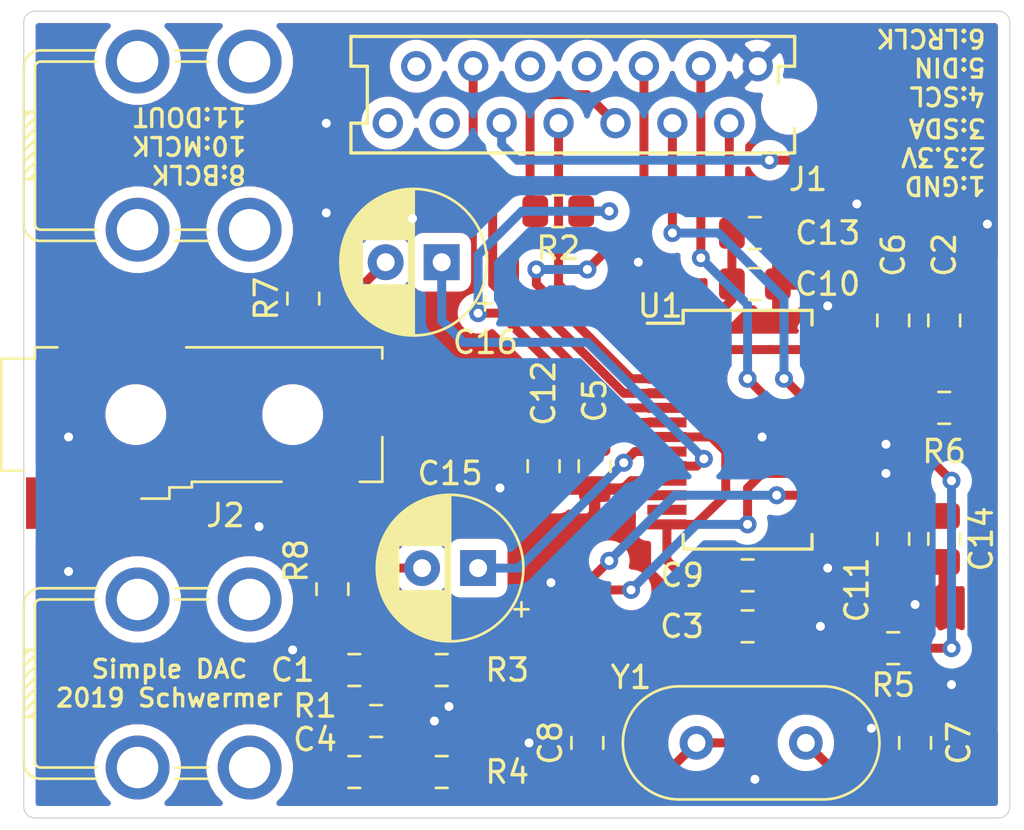
<source format=kicad_pcb>
(kicad_pcb (version 20171130) (host pcbnew 5.1.5)
  (layers (0 F.Cu signal) (31 B.Cu signal) (34 B.Paste user) (35 F.Paste user) (36 B.SilkS user) (37 F.SilkS user) (38 B.Mask user) (39 F.Mask user) (44 Edge.Cuts user))
  (net 0 "")
  (net 1 GND)
  (net 2 MIC)
  (net 3 +3V3)
  (net 4 "Net-(C4-Pad2)")
  (net 5 "Net-(C7-Pad1)")
  (net 6 "Net-(C8-Pad1)")
  (net 7 "Net-(C11-Pad1)")
  (net 8 "Net-(C15-Pad2)")
  (net 9 "Net-(C15-Pad1)")
  (net 10 "Net-(C16-Pad1)")
  (net 11 "Net-(C16-Pad2)")
  (net 12 SDA)
  (net 13 SCL)
  (net 14 DIN)
  (net 15 LRCLK)
  (net 16 "Net-(J1-Pad7)")
  (net 17 BCLK)
  (net 18 "Net-(J1-Pad9)")
  (net 19 MCLK)
  (net 20 DOUT)
  (net 21 "Net-(J1-Pad12)")
  (net 22 "Net-(J1-Pad13)")
  (net 23 "Net-(J1-Pad14)")
  (net 24 "Net-(R2-Pad1)")
  (net 25 "Net-(R3-Pad2)")
  (net 26 "Net-(R4-Pad2)")
  (net 27 "Net-(R5-Pad1)")
  (net 28 "Net-(U1-Pad2)")
  (net 29 "Net-(U1-Pad12)")
  (net 30 "Net-(U1-Pad13)")
  (net 31 "Net-(U1-Pad19)")
  (net 32 "Net-(U1-Pad20)")
  (net 33 "Net-(H1-Pad1)")
  (net 34 "Net-(H2-Pad1)")
  (module Capacitor_SMD:C_0805_2012Metric_Pad1.15x1.40mm_HandSolder (layer F.Cu) (at 113.75 101.4)
    (fp_text reference C1 (at -2.75 0) (layer F.SilkS))
    (fp_text value 10µ)
    (pad 2 smd roundrect (at 1.025 0) (size 1.15 1.4) (layers F.Cu F.Paste F.Mask) (roundrect_rratio 0.217391) (net 2 MIC))
    (pad 1 smd roundrect (at -1.025 0) (size 1.15 1.4) (layers F.Cu F.Paste F.Mask) (roundrect_rratio 0.217391) (net 1 GND))
  )
  (module Capacitor_SMD:C_0805_2012Metric_Pad1.15x1.40mm_HandSolder (layer F.Cu) (at 140.075 85.8 90)
    (fp_text reference C2 (at 2.925 0 90) (layer F.SilkS))
    (fp_text value 10µ)
    (pad 2 smd roundrect (at 1.025 0 90) (size 1.15 1.4) (layers F.Cu F.Paste F.Mask) (roundrect_rratio 0.217391) (net 1 GND))
    (pad 1 smd roundrect (at -1.025 0 90) (size 1.15 1.4) (layers F.Cu F.Paste F.Mask) (roundrect_rratio 0.217391) (net 3 +3V3))
  )
  (module Capacitor_SMD:C_0805_2012Metric_Pad1.15x1.40mm_HandSolder (layer F.Cu) (at 131.3 99.45 180)
    (fp_text reference C3 (at 2.925 0) (layer F.SilkS))
    (fp_text value 10µ)
    (pad 2 smd roundrect (at 1.025 0 180) (size 1.15 1.4) (layers F.Cu F.Paste F.Mask) (roundrect_rratio 0.217391) (net 3 +3V3))
    (pad 1 smd roundrect (at -1.025 0 180) (size 1.15 1.4) (layers F.Cu F.Paste F.Mask) (roundrect_rratio 0.217391) (net 1 GND))
  )
  (module Capacitor_SMD:C_0805_2012Metric_Pad1.15x1.40mm_HandSolder (layer F.Cu) (at 113.75 105.95)
    (fp_text reference C4 (at -1.75 -1.45) (layer F.SilkS))
    (fp_text value 10µ)
    (pad 2 smd roundrect (at 1.025 0) (size 1.15 1.4) (layers F.Cu F.Paste F.Mask) (roundrect_rratio 0.217391) (net 4 "Net-(C4-Pad2)"))
    (pad 1 smd roundrect (at -1.025 0) (size 1.15 1.4) (layers F.Cu F.Paste F.Mask) (roundrect_rratio 0.217391) (net 2 MIC))
  )
  (module Capacitor_SMD:C_0805_2012Metric_Pad1.15x1.40mm_HandSolder (layer F.Cu) (at 124.475 92.3 270)
    (fp_text reference C5 (at -2.925 0 90) (layer F.SilkS))
    (fp_text value 100n)
    (pad 2 smd roundrect (at 1.025 0 270) (size 1.15 1.4) (layers F.Cu F.Paste F.Mask) (roundrect_rratio 0.217391) (net 1 GND))
    (pad 1 smd roundrect (at -1.025 0 270) (size 1.15 1.4) (layers F.Cu F.Paste F.Mask) (roundrect_rratio 0.217391) (net 3 +3V3))
  )
  (module Capacitor_SMD:C_0805_2012Metric_Pad1.15x1.40mm_HandSolder (layer F.Cu) (at 137.8 85.8 270)
    (fp_text reference C6 (at -2.925 0 90) (layer F.SilkS))
    (fp_text value 100n)
    (pad 2 smd roundrect (at 1.025 0 270) (size 1.15 1.4) (layers F.Cu F.Paste F.Mask) (roundrect_rratio 0.217391) (net 3 +3V3))
    (pad 1 smd roundrect (at -1.025 0 270) (size 1.15 1.4) (layers F.Cu F.Paste F.Mask) (roundrect_rratio 0.217391) (net 1 GND))
  )
  (module Capacitor_SMD:C_0805_2012Metric_Pad1.15x1.40mm_HandSolder (layer F.Cu) (at 138.775 104.65 90)
    (fp_text reference C7 (at 0 1.95 90) (layer F.SilkS))
    (fp_text value 18p)
    (pad 2 smd roundrect (at 1.025 0 90) (size 1.15 1.4) (layers F.Cu F.Paste F.Mask) (roundrect_rratio 0.217391) (net 1 GND))
    (pad 1 smd roundrect (at -1.025 0 90) (size 1.15 1.4) (layers F.Cu F.Paste F.Mask) (roundrect_rratio 0.217391) (net 5 "Net-(C7-Pad1)"))
  )
  (module Capacitor_SMD:C_0805_2012Metric_Pad1.15x1.40mm_HandSolder (layer F.Cu) (at 124.15 104.65 90)
    (fp_text reference C8 (at 0 -1.65 90) (layer F.SilkS))
    (fp_text value 18p)
    (pad 2 smd roundrect (at 1.025 0 90) (size 1.15 1.4) (layers F.Cu F.Paste F.Mask) (roundrect_rratio 0.217391) (net 1 GND))
    (pad 1 smd roundrect (at -1.025 0 90) (size 1.15 1.4) (layers F.Cu F.Paste F.Mask) (roundrect_rratio 0.217391) (net 6 "Net-(C8-Pad1)"))
  )
  (module Capacitor_SMD:C_0805_2012Metric_Pad1.15x1.40mm_HandSolder (layer F.Cu) (at 131.3 97.175)
    (fp_text reference C9 (at -2.925 0) (layer F.SilkS))
    (fp_text value 100n)
    (pad 2 smd roundrect (at 1.025 0) (size 1.15 1.4) (layers F.Cu F.Paste F.Mask) (roundrect_rratio 0.217391) (net 1 GND))
    (pad 1 smd roundrect (at -1.025 0) (size 1.15 1.4) (layers F.Cu F.Paste F.Mask) (roundrect_rratio 0.217391) (net 3 +3V3))
  )
  (module Capacitor_SMD:C_0805_2012Metric_Pad1.15x1.40mm_HandSolder (layer F.Cu) (at 131.625 84.175)
    (fp_text reference C10 (at 3.25 0) (layer F.SilkS))
    (fp_text value 100n)
    (pad 2 smd roundrect (at 1.025 0) (size 1.15 1.4) (layers F.Cu F.Paste F.Mask) (roundrect_rratio 0.217391) (net 1 GND))
    (pad 1 smd roundrect (at -1.025 0) (size 1.15 1.4) (layers F.Cu F.Paste F.Mask) (roundrect_rratio 0.217391) (net 3 +3V3))
  )
  (module Capacitor_SMD:C_0805_2012Metric_Pad1.15x1.40mm_HandSolder (layer F.Cu) (at 137.8 95.55 270)
    (fp_text reference C11 (at 2.275 1.625 90) (layer F.SilkS))
    (fp_text value 100n)
    (pad 2 smd roundrect (at 1.025 0 270) (size 1.15 1.4) (layers F.Cu F.Paste F.Mask) (roundrect_rratio 0.217391) (net 1 GND))
    (pad 1 smd roundrect (at -1.025 0 270) (size 1.15 1.4) (layers F.Cu F.Paste F.Mask) (roundrect_rratio 0.217391) (net 7 "Net-(C11-Pad1)"))
  )
  (module Capacitor_SMD:C_0805_2012Metric_Pad1.15x1.40mm_HandSolder (layer F.Cu) (at 122.2 92.3 270)
    (fp_text reference C12 (at -3.25 0 90) (layer F.SilkS))
    (fp_text value 10µ)
    (pad 2 smd roundrect (at 1.025 0 270) (size 1.15 1.4) (layers F.Cu F.Paste F.Mask) (roundrect_rratio 0.217391) (net 1 GND))
    (pad 1 smd roundrect (at -1.025 0 270) (size 1.15 1.4) (layers F.Cu F.Paste F.Mask) (roundrect_rratio 0.217391) (net 3 +3V3))
  )
  (module Capacitor_SMD:C_0805_2012Metric_Pad1.15x1.40mm_HandSolder (layer F.Cu) (at 131.625 81.9)
    (fp_text reference C13 (at 3.25 0) (layer F.SilkS))
    (fp_text value 10µ)
    (pad 2 smd roundrect (at 1.025 0) (size 1.15 1.4) (layers F.Cu F.Paste F.Mask) (roundrect_rratio 0.217391) (net 1 GND))
    (pad 1 smd roundrect (at -1.025 0) (size 1.15 1.4) (layers F.Cu F.Paste F.Mask) (roundrect_rratio 0.217391) (net 3 +3V3))
  )
  (module Capacitor_SMD:C_0805_2012Metric_Pad1.15x1.40mm_HandSolder (layer F.Cu) (at 140.075 95.55 270)
    (fp_text reference C14 (at 0 -1.65 90) (layer F.SilkS))
    (fp_text value 10µ)
    (pad 2 smd roundrect (at 1.025 0 270) (size 1.15 1.4) (layers F.Cu F.Paste F.Mask) (roundrect_rratio 0.217391) (net 1 GND))
    (pad 1 smd roundrect (at -1.025 0 270) (size 1.15 1.4) (layers F.Cu F.Paste F.Mask) (roundrect_rratio 0.217391) (net 7 "Net-(C11-Pad1)"))
  )
  (module Capacitor_THT:CP_Radial_D6.3mm_P2.50mm (layer F.Cu) (at 119.275 96.85 180)
    (fp_text reference C15 (at 1.25 4.225) (layer F.SilkS))
    (fp_text value 220µ)
    (pad 2 thru_hole circle (at 2.5 0 180) (size 1.6 1.6) (drill 0.8) (layers *.Cu *.Mask) (net 8 "Net-(C15-Pad2)"))
    (pad 1 thru_hole rect (at 0 0 180) (size 1.6 1.6) (drill 0.8) (layers *.Cu *.Mask) (net 9 "Net-(C15-Pad1)"))
  )
  (module Capacitor_THT:CP_Radial_D6.3mm_P2.50mm (layer F.Cu) (at 117.65 83.2 180)
    (fp_text reference C16 (at -1.95 -3.575) (layer F.SilkS))
    (fp_text value 220µ)
    (pad 2 thru_hole circle (at 2.5 0 180) (size 1.6 1.6) (drill 0.8) (layers *.Cu *.Mask) (net 11 "Net-(C16-Pad2)"))
    (pad 1 thru_hole rect (at 0 0 180) (size 1.6 1.6) (drill 0.8) (layers *.Cu *.Mask) (net 10 "Net-(C16-Pad1)"))
  )
  (module micro-match:TE_MICRO-MATCH_FOB.14P (layer F.Cu) (at 123.5 75.725)
    (fp_text reference J1 (at 10.5 3.775) (layer F.SilkS))
    (fp_text value Conn_02x07_Odd_Even)
    (pad "" np_thru_hole circle (at 9.655 0.53) (size 1.5 1.5) (drill 1.5) (layers *.Cu *.Mask))
    (pad 14 thru_hole circle (at -8.255 1.27) (size 1.35 1.35) (drill 0.8) (layers *.Cu *.Mask) (net 23 "Net-(J1-Pad14)"))
    (pad 13 thru_hole circle (at -6.985 -1.27) (size 1.35 1.35) (drill 0.8) (layers *.Cu *.Mask) (net 22 "Net-(J1-Pad13)"))
    (pad 12 thru_hole circle (at -5.715 1.27) (size 1.35 1.35) (drill 0.8) (layers *.Cu *.Mask) (net 21 "Net-(J1-Pad12)"))
    (pad 11 thru_hole circle (at -4.445 -1.27) (size 1.35 1.35) (drill 0.8) (layers *.Cu *.Mask) (net 20 DOUT))
    (pad 10 thru_hole circle (at -3.175 1.27) (size 1.35 1.35) (drill 0.8) (layers *.Cu *.Mask) (net 19 MCLK))
    (pad 9 thru_hole circle (at -1.905 -1.27) (size 1.35 1.35) (drill 0.8) (layers *.Cu *.Mask) (net 18 "Net-(J1-Pad9)"))
    (pad 8 thru_hole circle (at -0.635 1.27) (size 1.35 1.35) (drill 0.8) (layers *.Cu *.Mask) (net 17 BCLK))
    (pad 7 thru_hole circle (at 0.635 -1.27) (size 1.35 1.35) (drill 0.8) (layers *.Cu *.Mask) (net 16 "Net-(J1-Pad7)"))
    (pad 6 thru_hole circle (at 1.905 1.27) (size 1.35 1.35) (drill 0.8) (layers *.Cu *.Mask) (net 15 LRCLK))
    (pad 5 thru_hole circle (at 3.175 -1.27) (size 1.35 1.35) (drill 0.8) (layers *.Cu *.Mask) (net 14 DIN))
    (pad 4 thru_hole circle (at 4.445 1.27) (size 1.35 1.35) (drill 0.8) (layers *.Cu *.Mask) (net 13 SCL))
    (pad 3 thru_hole circle (at 5.715 -1.27) (size 1.35 1.35) (drill 0.8) (layers *.Cu *.Mask) (net 12 SDA))
    (pad 2 thru_hole circle (at 6.985 1.27) (size 1.35 1.35) (drill 0.8) (layers *.Cu *.Mask) (net 3 +3V3))
    (pad 1 thru_hole circle (at 8.255 -1.27) (size 1.35 1.35) (drill 0.8) (layers *.Cu *.Mask) (net 1 GND))
  )
  (module footprints:SJ-4351X-SMT (layer F.Cu) (at 99.5 90)
    (fp_text reference J2 (at 8.5 4.5) (layer F.SilkS))
    (fp_text value AudioJack4)
    (pad "" np_thru_hole circle (at 11.5 0) (size 1.7 1.7) (drill 1.7) (layers *.Cu *.Mask))
    (pad "" np_thru_hole circle (at 4.5 0) (size 1.7 1.7) (drill 1.7) (layers *.Cu *.Mask))
    (pad RS smd rect (at 2.5 -3.95) (size 2 2.3) (layers F.Cu F.Paste F.Mask))
    (pad TS smd rect (at 16.8 -0.75) (size 2.6 2.8) (layers F.Cu F.Paste F.Mask))
    (pad R2 smd rect (at 3.4 3.95) (size 2.2 2.3) (layers F.Cu F.Paste F.Mask) (net 2 MIC))
    (pad R1 smd rect (at 5.3 -3.95) (size 2.2 2.3) (layers F.Cu F.Paste F.Mask) (net 11 "Net-(C16-Pad2)"))
    (pad T smd rect (at 12.8 3.95) (size 2.8 2.3) (layers F.Cu F.Paste F.Mask) (net 8 "Net-(C15-Pad2)"))
    (pad S smd rect (at 0.6 3.95) (size 2 2.3) (layers F.Cu F.Paste F.Mask) (net 1 GND))
  )
  (module Resistor_SMD:R_0805_2012Metric_Pad1.15x1.40mm_HandSolder (layer F.Cu) (at 114.725 103.675)
    (fp_text reference R1 (at -2.725 -0.675) (layer F.SilkS))
    (fp_text value 47k)
    (pad 2 smd roundrect (at 1.025 0) (size 1.15 1.4) (layers F.Cu F.Paste F.Mask) (roundrect_rratio 0.217391) (net 1 GND))
    (pad 1 smd roundrect (at -1.025 0) (size 1.15 1.4) (layers F.Cu F.Paste F.Mask) (roundrect_rratio 0.217391) (net 2 MIC))
  )
  (module Resistor_SMD:R_0805_2012Metric_Pad1.15x1.40mm_HandSolder (layer F.Cu) (at 122.85 80.925 180)
    (fp_text reference R2 (at 0 -1.65) (layer F.SilkS))
    (fp_text value 0)
    (pad 2 smd roundrect (at 1.025 0 180) (size 1.15 1.4) (layers F.Cu F.Paste F.Mask) (roundrect_rratio 0.217391) (net 15 LRCLK))
    (pad 1 smd roundrect (at -1.025 0 180) (size 1.15 1.4) (layers F.Cu F.Paste F.Mask) (roundrect_rratio 0.217391) (net 24 "Net-(R2-Pad1)"))
  )
  (module Resistor_SMD:R_0805_2012Metric_Pad1.15x1.40mm_HandSolder (layer F.Cu) (at 117.65 101.4)
    (fp_text reference R3 (at 2.925 0) (layer F.SilkS))
    (fp_text value 680)
    (pad 2 smd roundrect (at 1.025 0) (size 1.15 1.4) (layers F.Cu F.Paste F.Mask) (roundrect_rratio 0.217391) (net 25 "Net-(R3-Pad2)"))
    (pad 1 smd roundrect (at -1.025 0) (size 1.15 1.4) (layers F.Cu F.Paste F.Mask) (roundrect_rratio 0.217391) (net 2 MIC))
  )
  (module Resistor_SMD:R_0805_2012Metric_Pad1.15x1.40mm_HandSolder (layer F.Cu) (at 117.65 105.95)
    (fp_text reference R4 (at 2.925 0) (layer F.SilkS))
    (fp_text value 40k)
    (pad 2 smd roundrect (at 1.025 0) (size 1.15 1.4) (layers F.Cu F.Paste F.Mask) (roundrect_rratio 0.217391) (net 26 "Net-(R4-Pad2)"))
    (pad 1 smd roundrect (at -1.025 0) (size 1.15 1.4) (layers F.Cu F.Paste F.Mask) (roundrect_rratio 0.217391) (net 4 "Net-(C4-Pad2)"))
  )
  (module Resistor_SMD:R_0805_2012Metric_Pad1.15x1.40mm_HandSolder (layer F.Cu) (at 137.8 100.425 180)
    (fp_text reference R5 (at 0 -1.65) (layer F.SilkS))
    (fp_text value 0)
    (pad 2 smd roundrect (at 1.025 0 180) (size 1.15 1.4) (layers F.Cu F.Paste F.Mask) (roundrect_rratio 0.217391) (net 6 "Net-(C8-Pad1)"))
    (pad 1 smd roundrect (at -1.025 0 180) (size 1.15 1.4) (layers F.Cu F.Paste F.Mask) (roundrect_rratio 0.217391) (net 27 "Net-(R5-Pad1)"))
  )
  (module Resistor_SMD:R_0805_2012Metric_Pad1.15x1.40mm_HandSolder (layer F.Cu) (at 140.075 89.7)
    (fp_text reference R6 (at 0 1.95) (layer F.SilkS))
    (fp_text value 0)
    (pad 2 smd roundrect (at 1.025 0) (size 1.15 1.4) (layers F.Cu F.Paste F.Mask) (roundrect_rratio 0.217391) (net 19 MCLK))
    (pad 1 smd roundrect (at -1.025 0) (size 1.15 1.4) (layers F.Cu F.Paste F.Mask) (roundrect_rratio 0.217391) (net 27 "Net-(R5-Pad1)"))
  )
  (module Resistor_SMD:R_0805_2012Metric_Pad1.15x1.40mm_HandSolder (layer F.Cu) (at 111.475 84.825 90)
    (fp_text reference R7 (at 0 -1.65 90) (layer F.SilkS))
    (fp_text value 47k)
    (pad 2 smd roundrect (at 1.025 0 90) (size 1.15 1.4) (layers F.Cu F.Paste F.Mask) (roundrect_rratio 0.217391) (net 1 GND))
    (pad 1 smd roundrect (at -1.025 0 90) (size 1.15 1.4) (layers F.Cu F.Paste F.Mask) (roundrect_rratio 0.217391) (net 11 "Net-(C16-Pad2)"))
  )
  (module Resistor_SMD:R_0805_2012Metric_Pad1.15x1.40mm_HandSolder (layer F.Cu) (at 112.775 97.79 270)
    (fp_text reference R8 (at -1.265 1.625 90) (layer F.SilkS))
    (fp_text value 47k)
    (pad 2 smd roundrect (at 1.025 0 270) (size 1.15 1.4) (layers F.Cu F.Paste F.Mask) (roundrect_rratio 0.217391) (net 1 GND))
    (pad 1 smd roundrect (at -1.025 0 270) (size 1.15 1.4) (layers F.Cu F.Paste F.Mask) (roundrect_rratio 0.217391) (net 8 "Net-(C15-Pad2)"))
  )
  (module Package_SO:SSOP-28_5.3x10.2mm_P0.65mm (layer F.Cu) (at 131.3 90.675)
    (fp_text reference U1 (at -3.9 -5.525) (layer F.SilkS))
    (fp_text value WM8731)
    (pad 28 smd rect (at 3.6 -4.225) (size 1.75 0.45) (layers F.Cu F.Paste F.Mask) (net 1 GND))
    (pad 27 smd rect (at 3.6 -3.575) (size 1.75 0.45) (layers F.Cu F.Paste F.Mask) (net 3 +3V3))
    (pad 26 smd rect (at 3.6 -2.925) (size 1.75 0.45) (layers F.Cu F.Paste F.Mask) (net 5 "Net-(C7-Pad1)"))
    (pad 25 smd rect (at 3.6 -2.275) (size 1.75 0.45) (layers F.Cu F.Paste F.Mask) (net 27 "Net-(R5-Pad1)"))
    (pad 24 smd rect (at 3.6 -1.625) (size 1.75 0.45) (layers F.Cu F.Paste F.Mask) (net 13 SCL))
    (pad 23 smd rect (at 3.6 -0.975) (size 1.75 0.45) (layers F.Cu F.Paste F.Mask) (net 12 SDA))
    (pad 22 smd rect (at 3.6 -0.325) (size 1.75 0.45) (layers F.Cu F.Paste F.Mask) (net 1 GND))
    (pad 21 smd rect (at 3.6 0.325) (size 1.75 0.45) (layers F.Cu F.Paste F.Mask) (net 1 GND))
    (pad 20 smd rect (at 3.6 0.975) (size 1.75 0.45) (layers F.Cu F.Paste F.Mask) (net 32 "Net-(U1-Pad20)"))
    (pad 19 smd rect (at 3.6 1.625) (size 1.75 0.45) (layers F.Cu F.Paste F.Mask) (net 31 "Net-(U1-Pad19)"))
    (pad 18 smd rect (at 3.6 2.275) (size 1.75 0.45) (layers F.Cu F.Paste F.Mask) (net 26 "Net-(R4-Pad2)"))
    (pad 17 smd rect (at 3.6 2.925) (size 1.75 0.45) (layers F.Cu F.Paste F.Mask) (net 25 "Net-(R3-Pad2)"))
    (pad 16 smd rect (at 3.6 3.575) (size 1.75 0.45) (layers F.Cu F.Paste F.Mask) (net 7 "Net-(C11-Pad1)"))
    (pad 15 smd rect (at 3.6 4.225) (size 1.75 0.45) (layers F.Cu F.Paste F.Mask) (net 1 GND))
    (pad 14 smd rect (at -3.6 4.225) (size 1.75 0.45) (layers F.Cu F.Paste F.Mask) (net 3 +3V3))
    (pad 13 smd rect (at -3.6 3.575) (size 1.75 0.45) (layers F.Cu F.Paste F.Mask) (net 30 "Net-(U1-Pad13)"))
    (pad 12 smd rect (at -3.6 2.925) (size 1.75 0.45) (layers F.Cu F.Paste F.Mask) (net 29 "Net-(U1-Pad12)"))
    (pad 11 smd rect (at -3.6 2.275) (size 1.75 0.45) (layers F.Cu F.Paste F.Mask) (net 1 GND))
    (pad 10 smd rect (at -3.6 1.625) (size 1.75 0.45) (layers F.Cu F.Paste F.Mask) (net 10 "Net-(C16-Pad1)"))
    (pad 9 smd rect (at -3.6 0.975) (size 1.75 0.45) (layers F.Cu F.Paste F.Mask) (net 9 "Net-(C15-Pad1)"))
    (pad 8 smd rect (at -3.6 0.325) (size 1.75 0.45) (layers F.Cu F.Paste F.Mask) (net 3 +3V3))
    (pad 7 smd rect (at -3.6 -0.325) (size 1.75 0.45) (layers F.Cu F.Paste F.Mask) (net 24 "Net-(R2-Pad1)"))
    (pad 6 smd rect (at -3.6 -0.975) (size 1.75 0.45) (layers F.Cu F.Paste F.Mask) (net 20 DOUT))
    (pad 5 smd rect (at -3.6 -1.625) (size 1.75 0.45) (layers F.Cu F.Paste F.Mask) (net 15 LRCLK))
    (pad 4 smd rect (at -3.6 -2.275) (size 1.75 0.45) (layers F.Cu F.Paste F.Mask) (net 14 DIN))
    (pad 3 smd rect (at -3.6 -2.925) (size 1.75 0.45) (layers F.Cu F.Paste F.Mask) (net 17 BCLK))
    (pad 2 smd rect (at -3.6 -3.575) (size 1.75 0.45) (layers F.Cu F.Paste F.Mask) (net 28 "Net-(U1-Pad2)"))
    (pad 1 smd rect (at -3.6 -4.225) (size 1.75 0.45) (layers F.Cu F.Paste F.Mask) (net 3 +3V3))
  )
  (module Crystal:Crystal_HC49-4H_Vertical (layer F.Cu) (at 133.9 104.65 180)
    (fp_text reference Y1 (at 7.8 2.925) (layer F.SilkS))
    (fp_text value 11.2896MHz)
    (pad 2 thru_hole circle (at 4.88 0 180) (size 1.5 1.5) (drill 0.8) (layers *.Cu *.Mask) (net 6 "Net-(C8-Pad1)"))
    (pad 1 thru_hole circle (at 0 0 180) (size 1.5 1.5) (drill 0.8) (layers *.Cu *.Mask) (net 5 "Net-(C7-Pad1)"))
  )
  (module footprints:KEYSTONE_7790 (layer F.Cu) (at 99 78)
    (fp_text reference H1 hide)
    (fp_text value MountingHole_Pad)
    (pad 1 thru_hole circle (at 5.08 3.75) (size 2.85 2.85) (drill 1.85) (layers *.Cu *.Mask) (net 33 "Net-(H1-Pad1)"))
    (pad 1 thru_hole circle (at 10.08 3.75) (size 2.85 2.85) (drill 1.85) (layers *.Cu *.Mask) (net 33 "Net-(H1-Pad1)"))
    (pad 1 thru_hole circle (at 10.08 -3.75) (size 2.85 2.85) (drill 1.85) (layers *.Cu *.Mask) (net 33 "Net-(H1-Pad1)"))
    (pad 1 thru_hole circle (at 5.08 -3.75) (size 2.85 2.85) (drill 1.85) (layers *.Cu *.Mask) (net 33 "Net-(H1-Pad1)"))
  )
  (module footprints:KEYSTONE_7790 (layer F.Cu) (at 99 102)
    (fp_text reference H2 hide)
    (fp_text value MountingHole_Pad)
    (pad 1 thru_hole circle (at 5.08 3.75) (size 2.85 2.85) (drill 1.85) (layers *.Cu *.Mask) (net 34 "Net-(H2-Pad1)"))
    (pad 1 thru_hole circle (at 10.08 3.75) (size 2.85 2.85) (drill 1.85) (layers *.Cu *.Mask) (net 34 "Net-(H2-Pad1)"))
    (pad 1 thru_hole circle (at 10.08 -3.75) (size 2.85 2.85) (drill 1.85) (layers *.Cu *.Mask) (net 34 "Net-(H2-Pad1)"))
    (pad 1 thru_hole circle (at 5.08 -3.75) (size 2.85 2.85) (drill 1.85) (layers *.Cu *.Mask) (net 34 "Net-(H2-Pad1)"))
  )
  (gr_text "4:SCL\n5:DIN\n6:LRCLK" (at 142 74.5 180) (layer F.SilkS) (effects (font (size 0.8 0.8)) (justify left)))
  (gr_text "8:BCLK\n10:MCLK\n11:DOUT" (at 109 78 180) (layer F.SilkS) (effects (font (size 0.8 0.8)) (justify left)))
  (gr_text "1:GND\n2:3.3V\n3:SDA" (at 142 78.5 180) (layer F.SilkS) (effects (font (size 0.8 0.8)) (justify left)))
  (gr_arc (start 99.5 107.5) (end 99 107.5) (angle -90) (layer Edge.Cuts) (width 0.05))
  (gr_arc (start 142.5 107.5) (end 142.5 108) (angle -90) (layer Edge.Cuts) (width 0.05))
  (gr_arc (start 142.5 72.5) (end 143 72.5) (angle -90) (layer Edge.Cuts) (width 0.05))
  (gr_arc (start 99.5 72.5) (end 99.5 72) (angle -90) (layer Edge.Cuts) (width 0.05))
  (gr_text "Simple DAC\n2019 Schwermer" (at 105.5 102) (layer F.SilkS) (effects (font (size 0.8 0.8))))
  (gr_line (start 99.5 108) (end 142.5 108) (layer Edge.Cuts) (width 0.05))
  (gr_line (start 143 72.5) (end 143 107.5) (layer Edge.Cuts) (width 0.05))
  (gr_line (start 99.5 72) (end 142.5 72) (layer Edge.Cuts) (width 0.05))
  (gr_line (start 99 72.5) (end 99 107.5) (layer Edge.Cuts) (width 0.05))
  (segment (start 134.9 86.45) (end 134.9 84.85) (width 0.4) (layer F.Cu) (net 1))
  (segment (start 134.225 84.175) (end 132.65 84.175) (width 0.4) (layer F.Cu) (net 1))
  (segment (start 134.9 84.85) (end 134.225 84.175) (width 0.4) (layer F.Cu) (net 1))
  (segment (start 134.9 90.35) (end 136.5 90.35) (width 0.4) (layer F.Cu) (net 1))
  (segment (start 136.5 90.35) (end 136.5 91) (width 0.4) (layer F.Cu) (net 1))
  (segment (start 136.5 91) (end 134.9 91) (width 0.4) (layer F.Cu) (net 1))
  (segment (start 134.9 94.9) (end 134.9 95.9) (width 0.4) (layer F.Cu) (net 1))
  (segment (start 135.575 96.575) (end 137.8 96.575) (width 0.4) (layer F.Cu) (net 1))
  (segment (start 134.9 95.9) (end 135.575 96.575) (width 0.4) (layer F.Cu) (net 1))
  (segment (start 134.9 94.9) (end 132.925 94.9) (width 0.4) (layer F.Cu) (net 1))
  (segment (start 132.325 95.5) (end 132.325 97.175) (width 0.4) (layer F.Cu) (net 1))
  (segment (start 132.925 94.9) (end 132.325 95.5) (width 0.4) (layer F.Cu) (net 1))
  (via (at 136.825 104) (size 0.8) (drill 0.4) (layers F.Cu B.Cu) (net 1))
  (via (at 140.4 102.05) (size 0.8) (drill 0.4) (layers F.Cu B.Cu) (net 1))
  (via (at 138.775 98.475) (size 0.8) (drill 0.4) (layers F.Cu B.Cu) (net 1))
  (via (at 134.875 96.85) (size 0.8) (drill 0.4) (layers F.Cu B.Cu) (net 1))
  (via (at 134.55 99.45) (size 0.8) (drill 0.4) (layers F.Cu B.Cu) (net 1))
  (via (at 137.475 92.625) (size 0.8) (drill 0.4) (layers F.Cu B.Cu) (net 1))
  (via (at 137.475 91.325) (size 0.8) (drill 0.4) (layers F.Cu B.Cu) (net 1))
  (via (at 131.95 91) (size 0.8) (drill 0.4) (layers F.Cu B.Cu) (net 1))
  (via (at 134.875 85.15) (size 0.8) (drill 0.4) (layers F.Cu B.Cu) (net 1))
  (via (at 136.175 80.6) (size 0.8) (drill 0.4) (layers F.Cu B.Cu) (net 1))
  (via (at 126.425 83.2) (size 0.8) (drill 0.4) (layers F.Cu B.Cu) (net 1))
  (via (at 120.25 93.275) (size 0.8) (drill 0.4) (layers F.Cu B.Cu) (net 1))
  (via (at 122.525 97.5) (size 0.8) (drill 0.4) (layers F.Cu B.Cu) (net 1))
  (via (at 117.325 103.675) (size 0.8) (drill 0.4) (layers F.Cu B.Cu) (net 1))
  (via (at 117.975 103.025) (size 0.8) (drill 0.4) (layers F.Cu B.Cu) (net 1))
  (via (at 121.55 104.65) (size 0.8) (drill 0.4) (layers F.Cu B.Cu) (net 1))
  (via (at 116.35 81.25) (size 0.8) (drill 0.4) (layers F.Cu B.Cu) (net 1))
  (via (at 142 81.5) (size 0.8) (drill 0.4) (layers F.Cu B.Cu) (net 1))
  (via (at 131.625 106.275) (size 0.8) (drill 0.4) (layers F.Cu B.Cu) (net 1))
  (segment (start 127.7 92.95) (end 126.1 92.95) (width 0.4) (layer F.Cu) (net 1))
  (segment (start 125.725 93.325) (end 124.475 93.325) (width 0.4) (layer F.Cu) (net 1))
  (segment (start 126.1 92.95) (end 125.725 93.325) (width 0.4) (layer F.Cu) (net 1))
  (via (at 111 100.5) (size 0.8) (drill 0.4) (layers F.Cu B.Cu) (net 1))
  (via (at 109.5 95) (size 0.8) (drill 0.4) (layers F.Cu B.Cu) (net 1))
  (via (at 101 97) (size 0.8) (drill 0.4) (layers F.Cu B.Cu) (net 1))
  (via (at 101 91) (size 0.8) (drill 0.4) (layers F.Cu B.Cu) (net 1))
  (via (at 112.5 81) (size 0.8) (drill 0.4) (layers F.Cu B.Cu) (net 1))
  (via (at 112.5 77) (size 0.8) (drill 0.4) (layers F.Cu B.Cu) (net 1))
  (segment (start 113.75 102.425) (end 114.775 101.4) (width 0.4) (layer F.Cu) (net 2))
  (segment (start 113.75 103.675) (end 113.75 102.425) (width 0.4) (layer F.Cu) (net 2))
  (segment (start 113.75 104.925) (end 112.725 105.95) (width 0.4) (layer F.Cu) (net 2))
  (segment (start 113.75 103.675) (end 113.75 104.925) (width 0.4) (layer F.Cu) (net 2))
  (segment (start 114.775 101.4) (end 116.625 101.4) (width 0.4) (layer F.Cu) (net 2))
  (segment (start 106.5 95.55) (end 104.9 93.95) (width 0.4) (layer F.Cu) (net 2))
  (segment (start 113.75 103.675) (end 110.675 103.675) (width 0.4) (layer F.Cu) (net 2))
  (segment (start 104.9 93.95) (end 103.4 93.95) (width 0.4) (layer F.Cu) (net 2))
  (segment (start 106.5 99.5) (end 106.5 95.55) (width 0.4) (layer F.Cu) (net 2))
  (segment (start 110.675 103.675) (end 106.5 99.5) (width 0.4) (layer F.Cu) (net 2))
  (segment (start 127.7 94.9) (end 127.7 96.5) (width 0.4) (layer F.Cu) (net 3))
  (segment (start 128.375 97.175) (end 130.275 97.175) (width 0.4) (layer F.Cu) (net 3))
  (segment (start 127.7 96.5) (end 128.375 97.175) (width 0.4) (layer F.Cu) (net 3))
  (segment (start 130.275 97.175) (end 130.275 99.45) (width 0.4) (layer F.Cu) (net 3))
  (segment (start 124.895001 91) (end 124.795001 90.9) (width 0.4) (layer F.Cu) (net 3))
  (segment (start 127.7 91) (end 124.895001 91) (width 0.4) (layer F.Cu) (net 3))
  (segment (start 137.525 87.1) (end 137.8 86.825) (width 0.4) (layer F.Cu) (net 3))
  (segment (start 134.9 87.1) (end 137.525 87.1) (width 0.4) (layer F.Cu) (net 3))
  (segment (start 137.8 86.825) (end 140.075 86.825) (width 0.4) (layer F.Cu) (net 3))
  (segment (start 130.6 84.175) (end 130.6 81.9) (width 0.4) (layer F.Cu) (net 3))
  (segment (start 130.58 81.88) (end 130.6 81.9) (width 0.4) (layer F.Cu) (net 3))
  (segment (start 124.475 91.275) (end 122.2 91.275) (width 0.4) (layer F.Cu) (net 3))
  (segment (start 130.485 81.785) (end 130.6 81.9) (width 0.4) (layer F.Cu) (net 3))
  (segment (start 130.485 76.995) (end 130.485 81.785) (width 0.4) (layer F.Cu) (net 3))
  (segment (start 127.7 91) (end 129.025 91) (width 0.4) (layer F.Cu) (net 3))
  (segment (start 129.025 91) (end 129.35 91) (width 0.4) (layer F.Cu) (net 3))
  (segment (start 129.35 91) (end 129.35 90.675) (width 0.4) (layer F.Cu) (net 3))
  (segment (start 132.275 87.1) (end 129.35 87.1) (width 0.4) (layer F.Cu) (net 3))
  (segment (start 134.9 87.1) (end 132.275 87.1) (width 0.4) (layer F.Cu) (net 3))
  (segment (start 129.35 90.675) (end 129.35 87.1) (width 0.4) (layer F.Cu) (net 3))
  (segment (start 129.35 87.1) (end 129.35 86.775) (width 0.4) (layer F.Cu) (net 3))
  (segment (start 130.6 84.175) (end 130.6 84.875) (width 0.4) (layer F.Cu) (net 3))
  (segment (start 130.6 84.875) (end 129.35 86.125) (width 0.4) (layer F.Cu) (net 3))
  (segment (start 127.7 86.45) (end 129.35 86.45) (width 0.4) (layer F.Cu) (net 3))
  (segment (start 129.35 86.125) (end 129.35 86.45) (width 0.4) (layer F.Cu) (net 3))
  (segment (start 129.35 86.45) (end 129.35 86.775) (width 0.4) (layer F.Cu) (net 3))
  (segment (start 128.975 94.9) (end 127.7 94.9) (width 0.4) (layer F.Cu) (net 3))
  (segment (start 130.325 93.6) (end 128.975 94.9) (width 0.4) (layer F.Cu) (net 3))
  (segment (start 129.35 91) (end 129.675 91) (width 0.4) (layer F.Cu) (net 3))
  (segment (start 130.325 91.65) (end 130.325 93.6) (width 0.4) (layer F.Cu) (net 3))
  (segment (start 129.675 91) (end 130.325 91.65) (width 0.4) (layer F.Cu) (net 3))
  (segment (start 114.775 105.95) (end 116.625 105.95) (width 0.4) (layer F.Cu) (net 4))
  (segment (start 134.925 105.675) (end 133.9 104.65) (width 0.4) (layer F.Cu) (net 5))
  (segment (start 138.775 105.675) (end 134.925 105.675) (width 0.4) (layer F.Cu) (net 5))
  (segment (start 141.7 103.675) (end 141.7 92.625) (width 0.4) (layer F.Cu) (net 5))
  (segment (start 138.775 105.675) (end 139.7 105.675) (width 0.4) (layer F.Cu) (net 5))
  (segment (start 136.825 87.75) (end 134.9 87.75) (width 0.4) (layer F.Cu) (net 5))
  (segment (start 139.7 105.675) (end 141.7 103.675) (width 0.4) (layer F.Cu) (net 5))
  (segment (start 141.7 92.625) (end 140.075 91) (width 0.4) (layer F.Cu) (net 5))
  (segment (start 137.15 88.075) (end 136.825 87.75) (width 0.4) (layer F.Cu) (net 5))
  (segment (start 139.119256 88.075) (end 137.15 88.075) (width 0.4) (layer F.Cu) (net 5))
  (segment (start 140.075 91) (end 140.075 89.030744) (width 0.4) (layer F.Cu) (net 5))
  (segment (start 140.075 89.030744) (end 139.119256 88.075) (width 0.4) (layer F.Cu) (net 5))
  (segment (start 127.995 105.675) (end 129.02 104.65) (width 0.4) (layer F.Cu) (net 6))
  (segment (start 124.15 105.675) (end 127.995 105.675) (width 0.4) (layer F.Cu) (net 6))
  (segment (start 129.02 104.65) (end 131.3 104.65) (width 0.4) (layer F.Cu) (net 6))
  (segment (start 131.3 104.65) (end 132.925 103.025) (width 0.4) (layer F.Cu) (net 6))
  (segment (start 132.925 103.025) (end 135.525 103.025) (width 0.4) (layer F.Cu) (net 6))
  (segment (start 136.775 101.775) (end 136.775 100.425) (width 0.4) (layer F.Cu) (net 6))
  (segment (start 135.525 103.025) (end 136.775 101.775) (width 0.4) (layer F.Cu) (net 6))
  (segment (start 137.575 94.25) (end 137.8 94.475) (width 0.4) (layer F.Cu) (net 7))
  (segment (start 134.9 94.25) (end 137.575 94.25) (width 0.4) (layer F.Cu) (net 7))
  (segment (start 137.8 94.475) (end 140.075 94.475) (width 0.4) (layer F.Cu) (net 7))
  (segment (start 112.8 96.74) (end 112.775 96.765) (width 0.4) (layer F.Cu) (net 8))
  (segment (start 112.8 93.95) (end 112.8 96.74) (width 0.4) (layer F.Cu) (net 8))
  (segment (start 112.86 96.85) (end 112.775 96.765) (width 0.4) (layer F.Cu) (net 8))
  (segment (start 116.775 96.85) (end 112.86 96.85) (width 0.4) (layer F.Cu) (net 8))
  (via (at 125.775 92.15) (size 0.8) (drill 0.4) (layers F.Cu B.Cu) (net 9))
  (segment (start 127.7 91.65) (end 126.275 91.65) (width 0.4) (layer F.Cu) (net 9))
  (segment (start 126.275 91.65) (end 125.775 92.15) (width 0.4) (layer F.Cu) (net 9))
  (segment (start 121.075 96.85) (end 119.275 96.85) (width 0.4) (layer B.Cu) (net 9))
  (segment (start 125.775 92.15) (end 121.075 96.85) (width 0.4) (layer B.Cu) (net 9))
  (via (at 129.35 91.975) (size 0.8) (drill 0.4) (layers F.Cu B.Cu) (net 10))
  (segment (start 127.7 92.3) (end 129.025 92.3) (width 0.4) (layer F.Cu) (net 10))
  (segment (start 129.025 92.3) (end 129.35 91.975) (width 0.4) (layer F.Cu) (net 10))
  (segment (start 118.625 86.775) (end 117.65 85.8) (width 0.4) (layer B.Cu) (net 10))
  (segment (start 129.35 91.975) (end 124.15 86.775) (width 0.4) (layer B.Cu) (net 10))
  (segment (start 117.65 85.8) (end 117.65 83.2) (width 0.4) (layer B.Cu) (net 10))
  (segment (start 124.15 86.775) (end 118.625 86.775) (width 0.4) (layer B.Cu) (net 10))
  (segment (start 105.5 85.85) (end 105.3 86.05) (width 0.4) (layer F.Cu) (net 11))
  (segment (start 111.475 85.85) (end 105.5 85.85) (width 0.4) (layer F.Cu) (net 11))
  (segment (start 112.5 85.85) (end 111.475 85.85) (width 0.4) (layer F.Cu) (net 11))
  (segment (start 115.15 83.2) (end 112.5 85.85) (width 0.4) (layer F.Cu) (net 11))
  (segment (start 129.215 74.455) (end 129.215 83.01) (width 0.4) (layer F.Cu) (net 12))
  (segment (start 129.215 83.01) (end 129.215 83.01) (width 0.4) (layer F.Cu) (net 12))
  (via (at 129.215 83.01) (size 0.8) (drill 0.4) (layers F.Cu B.Cu) (net 12))
  (via (at 131.3 88.4) (size 0.8) (drill 0.4) (layers F.Cu B.Cu) (net 12))
  (segment (start 134.9 89.7) (end 132.6 89.7) (width 0.4) (layer F.Cu) (net 12))
  (segment (start 132.6 89.7) (end 131.3 88.4) (width 0.4) (layer F.Cu) (net 12))
  (segment (start 131.3 85.095) (end 129.215 83.01) (width 0.4) (layer B.Cu) (net 12))
  (segment (start 131.3 88.4) (end 131.3 85.095) (width 0.4) (layer B.Cu) (net 12))
  (via (at 132.925 88.4) (size 0.8) (drill 0.4) (layers F.Cu B.Cu) (net 13))
  (segment (start 134.9 89.05) (end 133.575 89.05) (width 0.4) (layer F.Cu) (net 13))
  (segment (start 133.575 89.05) (end 132.925 88.4) (width 0.4) (layer F.Cu) (net 13))
  (via (at 127.945 81.9) (size 0.8) (drill 0.4) (layers F.Cu B.Cu) (net 13))
  (segment (start 127.945 76.995) (end 127.945 81.9) (width 0.4) (layer F.Cu) (net 13))
  (segment (start 127.945 81.9) (end 130 81.9) (width 0.4) (layer B.Cu) (net 13))
  (segment (start 132.925 84.825) (end 132.925 88.4) (width 0.4) (layer B.Cu) (net 13))
  (segment (start 130 81.9) (end 132.925 84.825) (width 0.4) (layer B.Cu) (net 13))
  (segment (start 126.675 81) (end 124.15 83.525) (width 0.4) (layer F.Cu) (net 14))
  (via (at 124.15 83.525) (size 0.8) (drill 0.4) (layers F.Cu B.Cu) (net 14))
  (segment (start 126.675 74.455) (end 126.675 81) (width 0.4) (layer F.Cu) (net 14))
  (segment (start 121.875 84.175) (end 121.875 83.525) (width 0.4) (layer F.Cu) (net 14))
  (via (at 121.875 83.525) (size 0.8) (drill 0.4) (layers F.Cu B.Cu) (net 14))
  (segment (start 121.875 83.525) (end 124.15 83.525) (width 0.4) (layer B.Cu) (net 14))
  (segment (start 126.1 88.4) (end 121.875 84.175) (width 0.4) (layer F.Cu) (net 14))
  (segment (start 127.7 88.4) (end 126.1 88.4) (width 0.4) (layer F.Cu) (net 14))
  (segment (start 121.825 81.95) (end 121.825 80.925) (width 0.4) (layer F.Cu) (net 15))
  (segment (start 120.9 82.875) (end 121.825 81.95) (width 0.4) (layer F.Cu) (net 15))
  (segment (start 120.9 84.175) (end 120.9 82.875) (width 0.4) (layer F.Cu) (net 15))
  (segment (start 127.7 89.05) (end 125.775 89.05) (width 0.4) (layer F.Cu) (net 15))
  (segment (start 125.775 89.05) (end 120.9 84.175) (width 0.4) (layer F.Cu) (net 15))
  (segment (start 124.135 75.725) (end 125.405 76.995) (width 0.4) (layer F.Cu) (net 15))
  (segment (start 121.825 80.875) (end 121.595 80.645) (width 0.4) (layer F.Cu) (net 15))
  (segment (start 121.595 80.645) (end 121.595 76.33) (width 0.4) (layer F.Cu) (net 15))
  (segment (start 122.2 75.725) (end 124.135 75.725) (width 0.4) (layer F.Cu) (net 15))
  (segment (start 121.825 80.925) (end 121.825 80.875) (width 0.4) (layer F.Cu) (net 15))
  (segment (start 121.595 76.33) (end 122.2 75.725) (width 0.4) (layer F.Cu) (net 15))
  (segment (start 122.865 76.995) (end 122.865 84.19) (width 0.4) (layer F.Cu) (net 17))
  (segment (start 126.425 87.75) (end 127.7 87.75) (width 0.4) (layer F.Cu) (net 17))
  (segment (start 122.865 84.19) (end 126.425 87.75) (width 0.4) (layer F.Cu) (net 17))
  (segment (start 120.325 77.949594) (end 121.025406 78.65) (width 0.4) (layer B.Cu) (net 19))
  (segment (start 120.325 76.995) (end 120.325 77.949594) (width 0.4) (layer B.Cu) (net 19))
  (via (at 132.275 78.65) (size 0.8) (drill 0.4) (layers F.Cu B.Cu) (net 19))
  (segment (start 121.025406 78.65) (end 132.275 78.65) (width 0.4) (layer B.Cu) (net 19))
  (segment (start 132.275 78.65) (end 136.825 78.65) (width 0.4) (layer F.Cu) (net 19))
  (segment (start 136.825 78.65) (end 141.7 83.525) (width 0.4) (layer F.Cu) (net 19))
  (segment (start 141.7 83.525) (end 141.7 87.75) (width 0.4) (layer F.Cu) (net 19))
  (segment (start 141.1 88.35) (end 141.1 89.7) (width 0.4) (layer F.Cu) (net 19))
  (segment (start 141.7 87.75) (end 141.1 88.35) (width 0.4) (layer F.Cu) (net 19))
  (segment (start 119.055 78.65) (end 119.055 74.455) (width 0.4) (layer F.Cu) (net 20))
  (segment (start 127.7 89.7) (end 125.45 89.7) (width 0.4) (layer F.Cu) (net 20))
  (segment (start 119.925 79.52) (end 119.055 78.65) (width 0.4) (layer F.Cu) (net 20))
  (segment (start 119.925 84.175) (end 119.925 79.52) (width 0.4) (layer F.Cu) (net 20))
  (segment (start 125.45 89.7) (end 119.925 84.175) (width 0.4) (layer F.Cu) (net 20))
  (via (at 119.275 85.475) (size 0.8) (drill 0.4) (layers F.Cu B.Cu) (net 24))
  (via (at 125.125 80.925) (size 0.8) (drill 0.4) (layers F.Cu B.Cu) (net 24))
  (segment (start 125.125 80.925) (end 123.875 80.925) (width 0.4) (layer F.Cu) (net 24))
  (segment (start 120.25 85.475) (end 119.275 85.475) (width 0.4) (layer F.Cu) (net 24))
  (segment (start 125.07499 90.29999) (end 120.25 85.475) (width 0.4) (layer F.Cu) (net 24))
  (segment (start 125.194246 90.29999) (end 125.07499 90.29999) (width 0.4) (layer F.Cu) (net 24))
  (segment (start 127.7 90.35) (end 125.244256 90.35) (width 0.4) (layer F.Cu) (net 24))
  (segment (start 125.244256 90.35) (end 125.194246 90.29999) (width 0.4) (layer F.Cu) (net 24))
  (segment (start 119.275 85.475) (end 119.275 82.875) (width 0.4) (layer B.Cu) (net 24))
  (segment (start 121.225 80.925) (end 125.125 80.925) (width 0.4) (layer B.Cu) (net 24))
  (segment (start 119.275 82.875) (end 121.225 80.925) (width 0.4) (layer B.Cu) (net 24))
  (segment (start 118.675 101.4) (end 120.25 101.4) (width 0.4) (layer F.Cu) (net 25))
  (via (at 125.125 96.525) (size 0.8) (drill 0.4) (layers F.Cu B.Cu) (net 25))
  (segment (start 120.25 101.4) (end 125.125 96.525) (width 0.4) (layer F.Cu) (net 25))
  (segment (start 132.6 93.6) (end 134.9 93.6) (width 0.4) (layer F.Cu) (net 25))
  (segment (start 128.05 93.6) (end 125.125 96.525) (width 0.4) (layer B.Cu) (net 25))
  (via (at 132.6 93.6) (size 0.8) (drill 0.4) (layers F.Cu B.Cu) (net 25))
  (segment (start 132.6 93.6) (end 128.05 93.6) (width 0.4) (layer B.Cu) (net 25))
  (segment (start 118.675 105.95) (end 118.675 104.275) (width 0.4) (layer F.Cu) (net 26))
  (via (at 126.1 97.825) (size 0.8) (drill 0.4) (layers F.Cu B.Cu) (net 26))
  (segment (start 118.675 104.275) (end 125.125 97.825) (width 0.4) (layer F.Cu) (net 26))
  (segment (start 125.125 97.825) (end 126.1 97.825) (width 0.4) (layer F.Cu) (net 26))
  (segment (start 129.025 94.9) (end 126.1 97.825) (width 0.4) (layer B.Cu) (net 26))
  (segment (start 131.3 94.9) (end 129.025 94.9) (width 0.4) (layer B.Cu) (net 26))
  (via (at 131.3 94.9) (size 0.8) (drill 0.4) (layers F.Cu B.Cu) (net 26))
  (segment (start 133.625 92.95) (end 134.9 92.95) (width 0.4) (layer F.Cu) (net 26))
  (segment (start 133.3 92.625) (end 133.625 92.95) (width 0.4) (layer F.Cu) (net 26))
  (segment (start 131.3 94.9) (end 131.3 93.275) (width 0.4) (layer F.Cu) (net 26))
  (segment (start 131.95 92.625) (end 133.3 92.625) (width 0.4) (layer F.Cu) (net 26))
  (segment (start 131.3 93.275) (end 131.95 92.625) (width 0.4) (layer F.Cu) (net 26))
  (via (at 140.4 100.425) (size 0.8) (drill 0.4) (layers F.Cu B.Cu) (net 27))
  (segment (start 138.825 100.425) (end 140.4 100.425) (width 0.4) (layer F.Cu) (net 27))
  (segment (start 140.4 100.425) (end 140.4 92.95) (width 0.4) (layer B.Cu) (net 27))
  (via (at 140.4 92.95) (size 0.8) (drill 0.4) (layers F.Cu B.Cu) (net 27))
  (segment (start 137.715685 89.7) (end 139.05 89.7) (width 0.4) (layer F.Cu) (net 27))
  (segment (start 134.9 88.4) (end 136.415685 88.4) (width 0.4) (layer F.Cu) (net 27))
  (segment (start 136.415685 88.4) (end 137.715685 89.7) (width 0.4) (layer F.Cu) (net 27))
  (segment (start 139.05 91.6) (end 139.05 89.7) (width 0.4) (layer F.Cu) (net 27))
  (segment (start 140.4 92.95) (end 139.05 91.6) (width 0.4) (layer F.Cu) (net 27))
  (zone (net 1) (net_name GND) (layer F.Cu) (connect_pads (clearance 0.508)) (min_thickness 0.254) (fill yes (arc_segments 32) (thermal_gap 0.508) (thermal_bridge_width 0.508))
    (polygon (pts (xy 143.65 108.55) (xy 98.8 108.55) (xy 98.8 71.5) (xy 143.65 71.5)))
  )
  (zone (net 1) (net_name GND) (layer B.Cu) (connect_pads (clearance 0.508)) (min_thickness 0.254) (fill yes (arc_segments 32) (thermal_gap 0.508) (thermal_bridge_width 0.508))
    (polygon (pts (xy 143.65 108.55) (xy 98.8 108.55) (xy 98.8 71.5) (xy 143.65 71.5)))
  )
)
</source>
